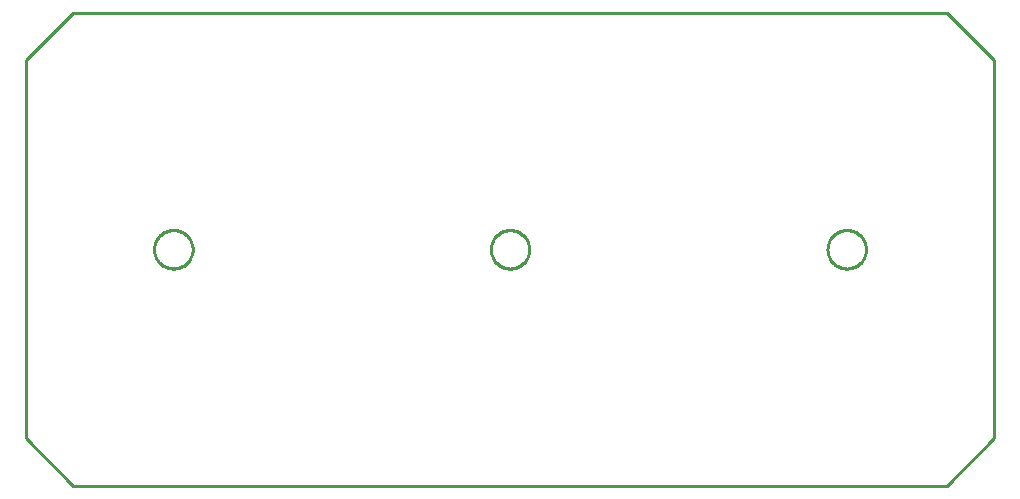
<source format=gko>
G04 EAGLE Gerber RS-274X export*
G75*
%MOMM*%
%FSLAX34Y34*%
%LPD*%
%IN*%
%IPPOS*%
%AMOC8*
5,1,8,0,0,1.08239X$1,22.5*%
G01*
%ADD10C,0.254000*%


D10*
X0Y40000D02*
X40000Y0D01*
X780000Y0D01*
X820000Y40000D01*
X820000Y360000D01*
X780000Y400000D01*
X40000Y400000D01*
X0Y360000D01*
X0Y40000D01*
X426250Y199468D02*
X426180Y198406D01*
X426042Y197352D01*
X425834Y196308D01*
X425559Y195280D01*
X425217Y194273D01*
X424809Y193290D01*
X424339Y192336D01*
X423807Y191414D01*
X423216Y190530D01*
X422568Y189686D01*
X421867Y188886D01*
X421114Y188133D01*
X420314Y187432D01*
X419470Y186784D01*
X418586Y186193D01*
X417664Y185661D01*
X416710Y185191D01*
X415727Y184783D01*
X414720Y184441D01*
X413692Y184166D01*
X412648Y183958D01*
X411594Y183820D01*
X410532Y183750D01*
X409468Y183750D01*
X408406Y183820D01*
X407352Y183958D01*
X406308Y184166D01*
X405280Y184441D01*
X404273Y184783D01*
X403290Y185191D01*
X402336Y185661D01*
X401414Y186193D01*
X400530Y186784D01*
X399686Y187432D01*
X398886Y188133D01*
X398133Y188886D01*
X397432Y189686D01*
X396784Y190530D01*
X396193Y191414D01*
X395661Y192336D01*
X395191Y193290D01*
X394783Y194273D01*
X394441Y195280D01*
X394166Y196308D01*
X393958Y197352D01*
X393820Y198406D01*
X393750Y199468D01*
X393750Y200532D01*
X393820Y201594D01*
X393958Y202648D01*
X394166Y203692D01*
X394441Y204720D01*
X394783Y205727D01*
X395191Y206710D01*
X395661Y207664D01*
X396193Y208586D01*
X396784Y209470D01*
X397432Y210314D01*
X398133Y211114D01*
X398886Y211867D01*
X399686Y212568D01*
X400530Y213216D01*
X401414Y213807D01*
X402336Y214339D01*
X403290Y214809D01*
X404273Y215217D01*
X405280Y215559D01*
X406308Y215834D01*
X407352Y216042D01*
X408406Y216180D01*
X409468Y216250D01*
X410532Y216250D01*
X411594Y216180D01*
X412648Y216042D01*
X413692Y215834D01*
X414720Y215559D01*
X415727Y215217D01*
X416710Y214809D01*
X417664Y214339D01*
X418586Y213807D01*
X419470Y213216D01*
X420314Y212568D01*
X421114Y211867D01*
X421867Y211114D01*
X422568Y210314D01*
X423216Y209470D01*
X423807Y208586D01*
X424339Y207664D01*
X424809Y206710D01*
X425217Y205727D01*
X425559Y204720D01*
X425834Y203692D01*
X426042Y202648D01*
X426180Y201594D01*
X426250Y200532D01*
X426250Y199468D01*
X141250Y199468D02*
X141180Y198406D01*
X141042Y197352D01*
X140834Y196308D01*
X140559Y195280D01*
X140217Y194273D01*
X139809Y193290D01*
X139339Y192336D01*
X138807Y191414D01*
X138216Y190530D01*
X137568Y189686D01*
X136867Y188886D01*
X136114Y188133D01*
X135314Y187432D01*
X134470Y186784D01*
X133586Y186193D01*
X132664Y185661D01*
X131710Y185191D01*
X130727Y184783D01*
X129720Y184441D01*
X128692Y184166D01*
X127648Y183958D01*
X126594Y183820D01*
X125532Y183750D01*
X124468Y183750D01*
X123406Y183820D01*
X122352Y183958D01*
X121308Y184166D01*
X120280Y184441D01*
X119273Y184783D01*
X118290Y185191D01*
X117336Y185661D01*
X116414Y186193D01*
X115530Y186784D01*
X114686Y187432D01*
X113886Y188133D01*
X113133Y188886D01*
X112432Y189686D01*
X111784Y190530D01*
X111193Y191414D01*
X110661Y192336D01*
X110191Y193290D01*
X109783Y194273D01*
X109441Y195280D01*
X109166Y196308D01*
X108958Y197352D01*
X108820Y198406D01*
X108750Y199468D01*
X108750Y200532D01*
X108820Y201594D01*
X108958Y202648D01*
X109166Y203692D01*
X109441Y204720D01*
X109783Y205727D01*
X110191Y206710D01*
X110661Y207664D01*
X111193Y208586D01*
X111784Y209470D01*
X112432Y210314D01*
X113133Y211114D01*
X113886Y211867D01*
X114686Y212568D01*
X115530Y213216D01*
X116414Y213807D01*
X117336Y214339D01*
X118290Y214809D01*
X119273Y215217D01*
X120280Y215559D01*
X121308Y215834D01*
X122352Y216042D01*
X123406Y216180D01*
X124468Y216250D01*
X125532Y216250D01*
X126594Y216180D01*
X127648Y216042D01*
X128692Y215834D01*
X129720Y215559D01*
X130727Y215217D01*
X131710Y214809D01*
X132664Y214339D01*
X133586Y213807D01*
X134470Y213216D01*
X135314Y212568D01*
X136114Y211867D01*
X136867Y211114D01*
X137568Y210314D01*
X138216Y209470D01*
X138807Y208586D01*
X139339Y207664D01*
X139809Y206710D01*
X140217Y205727D01*
X140559Y204720D01*
X140834Y203692D01*
X141042Y202648D01*
X141180Y201594D01*
X141250Y200532D01*
X141250Y199468D01*
X711250Y199468D02*
X711180Y198406D01*
X711042Y197352D01*
X710834Y196308D01*
X710559Y195280D01*
X710217Y194273D01*
X709809Y193290D01*
X709339Y192336D01*
X708807Y191414D01*
X708216Y190530D01*
X707568Y189686D01*
X706867Y188886D01*
X706114Y188133D01*
X705314Y187432D01*
X704470Y186784D01*
X703586Y186193D01*
X702664Y185661D01*
X701710Y185191D01*
X700727Y184783D01*
X699720Y184441D01*
X698692Y184166D01*
X697648Y183958D01*
X696594Y183820D01*
X695532Y183750D01*
X694468Y183750D01*
X693406Y183820D01*
X692352Y183958D01*
X691308Y184166D01*
X690280Y184441D01*
X689273Y184783D01*
X688290Y185191D01*
X687336Y185661D01*
X686414Y186193D01*
X685530Y186784D01*
X684686Y187432D01*
X683886Y188133D01*
X683133Y188886D01*
X682432Y189686D01*
X681784Y190530D01*
X681193Y191414D01*
X680661Y192336D01*
X680191Y193290D01*
X679783Y194273D01*
X679441Y195280D01*
X679166Y196308D01*
X678958Y197352D01*
X678820Y198406D01*
X678750Y199468D01*
X678750Y200532D01*
X678820Y201594D01*
X678958Y202648D01*
X679166Y203692D01*
X679441Y204720D01*
X679783Y205727D01*
X680191Y206710D01*
X680661Y207664D01*
X681193Y208586D01*
X681784Y209470D01*
X682432Y210314D01*
X683133Y211114D01*
X683886Y211867D01*
X684686Y212568D01*
X685530Y213216D01*
X686414Y213807D01*
X687336Y214339D01*
X688290Y214809D01*
X689273Y215217D01*
X690280Y215559D01*
X691308Y215834D01*
X692352Y216042D01*
X693406Y216180D01*
X694468Y216250D01*
X695532Y216250D01*
X696594Y216180D01*
X697648Y216042D01*
X698692Y215834D01*
X699720Y215559D01*
X700727Y215217D01*
X701710Y214809D01*
X702664Y214339D01*
X703586Y213807D01*
X704470Y213216D01*
X705314Y212568D01*
X706114Y211867D01*
X706867Y211114D01*
X707568Y210314D01*
X708216Y209470D01*
X708807Y208586D01*
X709339Y207664D01*
X709809Y206710D01*
X710217Y205727D01*
X710559Y204720D01*
X710834Y203692D01*
X711042Y202648D01*
X711180Y201594D01*
X711250Y200532D01*
X711250Y199468D01*
M02*

</source>
